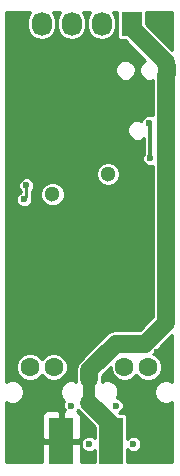
<source format=gbl>
G04 #@! TF.FileFunction,Copper,L2,Bot,Signal*
%FSLAX46Y46*%
G04 Gerber Fmt 4.6, Leading zero omitted, Abs format (unit mm)*
G04 Created by KiCad (PCBNEW 4.0.2-4+6225~38~ubuntu15.10.1-stable) date Mon 28 Mar 2016 22:58:05 BST*
%MOMM*%
G01*
G04 APERTURE LIST*
%ADD10C,0.100000*%
%ADD11C,1.600000*%
%ADD12R,2.000000X4.000000*%
%ADD13R,1.727200X2.032000*%
%ADD14O,1.727200X2.032000*%
%ADD15C,1.300000*%
%ADD16C,0.600000*%
%ADD17C,1.000000*%
%ADD18C,0.300000*%
%ADD19C,1.500000*%
%ADD20C,1.000000*%
%ADD21C,0.250000*%
%ADD22C,0.254000*%
G04 APERTURE END LIST*
D10*
D11*
X118500000Y-106500000D03*
X120500000Y-106500000D03*
D12*
X121150000Y-112750000D03*
X125350000Y-112750000D03*
D11*
X126500000Y-106500000D03*
X128500000Y-106500000D03*
D13*
X127100000Y-77400000D03*
D14*
X124560000Y-77400000D03*
X122020000Y-77400000D03*
X119480000Y-77400000D03*
D15*
X120400768Y-91855050D03*
X125099232Y-90144950D03*
D16*
X121550000Y-84650000D03*
X121550000Y-87150000D03*
X124050000Y-84650000D03*
X124050000Y-87150000D03*
X122000000Y-109750000D03*
X125750000Y-109750000D03*
X123500000Y-113000000D03*
X127250000Y-113000000D03*
D17*
X124200000Y-80100000D03*
D16*
X129500000Y-78250000D03*
X126250000Y-103250000D03*
X129250000Y-105250000D03*
X125500000Y-103250000D03*
D17*
X121600000Y-80400000D03*
X119200000Y-80400000D03*
D16*
X120100000Y-83300000D03*
X127600000Y-81800000D03*
X128300000Y-90600000D03*
X118800000Y-90400000D03*
X122000000Y-90600000D03*
X117500000Y-82500000D03*
X117600000Y-90400000D03*
X120300000Y-93200000D03*
X117000000Y-94500000D03*
X124750000Y-103250000D03*
X122000000Y-96750000D03*
X122500000Y-102250000D03*
X128700000Y-88800000D03*
X128600000Y-85800000D03*
D17*
X128500000Y-104250000D03*
X129500000Y-103250000D03*
D16*
X118200000Y-91100000D03*
X118000000Y-92300000D03*
D18*
X128700000Y-88800000D02*
X128700000Y-85900000D01*
X128700000Y-85900000D02*
X128600000Y-85800000D01*
D19*
X129500000Y-103250000D02*
X128500000Y-104250000D01*
X128500000Y-104250000D02*
X128750000Y-104000000D01*
X130000000Y-80900000D02*
X130000000Y-80700000D01*
X130000000Y-80700000D02*
X127100000Y-77800000D01*
X127100000Y-77800000D02*
X127100000Y-77400000D01*
X130100000Y-81000000D02*
X130000000Y-80900000D01*
X130000000Y-80900000D02*
X130000000Y-80900000D01*
X130000000Y-82200000D02*
X130000000Y-81800000D01*
X130100000Y-81000000D02*
X130100000Y-81000000D01*
X130100000Y-81700000D02*
X130100000Y-81000000D01*
X130000000Y-81800000D02*
X130100000Y-81700000D01*
X130000000Y-90500000D02*
X130000000Y-82200000D01*
X130000000Y-82200000D02*
X130000000Y-82400000D01*
X123500000Y-106750000D02*
X125750000Y-104500000D01*
X125750000Y-104500000D02*
X128250000Y-104500000D01*
X128250000Y-104500000D02*
X128750000Y-104000000D01*
D20*
X123500000Y-107500000D02*
X123500000Y-109500000D01*
D19*
X125350000Y-111350000D02*
X123500000Y-109500000D01*
X123500000Y-107500000D02*
X123500000Y-106750000D01*
X129500000Y-103250000D02*
X130000000Y-102750000D01*
X130000000Y-102750000D02*
X130000000Y-90500000D01*
X130000000Y-90500000D02*
X130000000Y-90500000D01*
X125350000Y-112750000D02*
X125350000Y-111350000D01*
D21*
X118200000Y-92100000D02*
X118200000Y-91100000D01*
X118000000Y-92300000D02*
X118200000Y-92100000D01*
D22*
G36*
X130548000Y-107769669D02*
X130195190Y-107623170D01*
X129806515Y-107622830D01*
X129447297Y-107771256D01*
X129172222Y-108045851D01*
X129023170Y-108404810D01*
X129022830Y-108793485D01*
X129171256Y-109152703D01*
X129445851Y-109427778D01*
X129804810Y-109576830D01*
X130193485Y-109577170D01*
X130548000Y-109430687D01*
X130548000Y-114548000D01*
X126734385Y-114548000D01*
X126734385Y-113441743D01*
X126866010Y-113573598D01*
X127114746Y-113676882D01*
X127384073Y-113677117D01*
X127632989Y-113574267D01*
X127823598Y-113383990D01*
X127926882Y-113135254D01*
X127927117Y-112865927D01*
X127824267Y-112617011D01*
X127633990Y-112426402D01*
X127385254Y-112323118D01*
X127115927Y-112322883D01*
X126867011Y-112425733D01*
X126734385Y-112558128D01*
X126734385Y-110750000D01*
X126708097Y-110610292D01*
X126625530Y-110481980D01*
X126499547Y-110395899D01*
X126350000Y-110365615D01*
X126032919Y-110365615D01*
X126132989Y-110324267D01*
X126323598Y-110133990D01*
X126426882Y-109885254D01*
X126427117Y-109615927D01*
X126324267Y-109367011D01*
X126133990Y-109176402D01*
X125885254Y-109073118D01*
X125861433Y-109073097D01*
X125976830Y-108795190D01*
X125977170Y-108406515D01*
X125828744Y-108047297D01*
X125554149Y-107772222D01*
X125195190Y-107623170D01*
X124806515Y-107622830D01*
X124584304Y-107714646D01*
X124627000Y-107500000D01*
X124627000Y-107216818D01*
X125322981Y-106520837D01*
X125322796Y-106733093D01*
X125501606Y-107165846D01*
X125832412Y-107497230D01*
X126264853Y-107676795D01*
X126733093Y-107677204D01*
X127165846Y-107498394D01*
X127497230Y-107167588D01*
X127499784Y-107161437D01*
X127501606Y-107165846D01*
X127832412Y-107497230D01*
X128264853Y-107676795D01*
X128733093Y-107677204D01*
X129165846Y-107498394D01*
X129497230Y-107167588D01*
X129676795Y-106735147D01*
X129677204Y-106266907D01*
X129498394Y-105834154D01*
X129167588Y-105502770D01*
X128903150Y-105392966D01*
X129046909Y-105296909D01*
X129412534Y-104931284D01*
X129546909Y-104796910D01*
X130296910Y-104046909D01*
X130296912Y-104046906D01*
X130548000Y-103795818D01*
X130548000Y-107769669D01*
X130548000Y-107769669D01*
G37*
X130548000Y-107769669D02*
X130195190Y-107623170D01*
X129806515Y-107622830D01*
X129447297Y-107771256D01*
X129172222Y-108045851D01*
X129023170Y-108404810D01*
X129022830Y-108793485D01*
X129171256Y-109152703D01*
X129445851Y-109427778D01*
X129804810Y-109576830D01*
X130193485Y-109577170D01*
X130548000Y-109430687D01*
X130548000Y-114548000D01*
X126734385Y-114548000D01*
X126734385Y-113441743D01*
X126866010Y-113573598D01*
X127114746Y-113676882D01*
X127384073Y-113677117D01*
X127632989Y-113574267D01*
X127823598Y-113383990D01*
X127926882Y-113135254D01*
X127927117Y-112865927D01*
X127824267Y-112617011D01*
X127633990Y-112426402D01*
X127385254Y-112323118D01*
X127115927Y-112322883D01*
X126867011Y-112425733D01*
X126734385Y-112558128D01*
X126734385Y-110750000D01*
X126708097Y-110610292D01*
X126625530Y-110481980D01*
X126499547Y-110395899D01*
X126350000Y-110365615D01*
X126032919Y-110365615D01*
X126132989Y-110324267D01*
X126323598Y-110133990D01*
X126426882Y-109885254D01*
X126427117Y-109615927D01*
X126324267Y-109367011D01*
X126133990Y-109176402D01*
X125885254Y-109073118D01*
X125861433Y-109073097D01*
X125976830Y-108795190D01*
X125977170Y-108406515D01*
X125828744Y-108047297D01*
X125554149Y-107772222D01*
X125195190Y-107623170D01*
X124806515Y-107622830D01*
X124584304Y-107714646D01*
X124627000Y-107500000D01*
X124627000Y-107216818D01*
X125322981Y-106520837D01*
X125322796Y-106733093D01*
X125501606Y-107165846D01*
X125832412Y-107497230D01*
X126264853Y-107676795D01*
X126733093Y-107677204D01*
X127165846Y-107498394D01*
X127497230Y-107167588D01*
X127499784Y-107161437D01*
X127501606Y-107165846D01*
X127832412Y-107497230D01*
X128264853Y-107676795D01*
X128733093Y-107677204D01*
X129165846Y-107498394D01*
X129497230Y-107167588D01*
X129676795Y-106735147D01*
X129677204Y-106266907D01*
X129498394Y-105834154D01*
X129167588Y-105502770D01*
X128903150Y-105392966D01*
X129046909Y-105296909D01*
X129412534Y-104931284D01*
X129546909Y-104796910D01*
X130296910Y-104046909D01*
X130296912Y-104046906D01*
X130548000Y-103795818D01*
X130548000Y-107769669D01*
G36*
X118333835Y-76745553D02*
X118239400Y-77220310D01*
X118239400Y-77579690D01*
X118333835Y-78054447D01*
X118602763Y-78456927D01*
X119005243Y-78725855D01*
X119480000Y-78820290D01*
X119954757Y-78725855D01*
X120357237Y-78456927D01*
X120626165Y-78054447D01*
X120720600Y-77579690D01*
X120720600Y-77220310D01*
X120626165Y-76745553D01*
X120430020Y-76452000D01*
X121069980Y-76452000D01*
X120873835Y-76745553D01*
X120779400Y-77220310D01*
X120779400Y-77579690D01*
X120873835Y-78054447D01*
X121142763Y-78456927D01*
X121545243Y-78725855D01*
X122020000Y-78820290D01*
X122494757Y-78725855D01*
X122897237Y-78456927D01*
X123166165Y-78054447D01*
X123260600Y-77579690D01*
X123260600Y-77220310D01*
X123166165Y-76745553D01*
X122970020Y-76452000D01*
X123609980Y-76452000D01*
X123413835Y-76745553D01*
X123319400Y-77220310D01*
X123319400Y-77579690D01*
X123413835Y-78054447D01*
X123682763Y-78456927D01*
X124085243Y-78725855D01*
X124560000Y-78820290D01*
X125034757Y-78725855D01*
X125437237Y-78456927D01*
X125706165Y-78054447D01*
X125800600Y-77579690D01*
X125800600Y-77220310D01*
X125706165Y-76745553D01*
X125510020Y-76452000D01*
X125852015Y-76452000D01*
X125852015Y-78416000D01*
X125878303Y-78555708D01*
X125960870Y-78684020D01*
X126086853Y-78770101D01*
X126236400Y-78800385D01*
X126506567Y-78800385D01*
X128264549Y-80558368D01*
X128124869Y-80616082D01*
X127877949Y-80862571D01*
X127744153Y-81184789D01*
X127743849Y-81533681D01*
X127877082Y-81856131D01*
X128123571Y-82103051D01*
X128445789Y-82236847D01*
X128794681Y-82237151D01*
X128873000Y-82204790D01*
X128873000Y-85180315D01*
X128735254Y-85123118D01*
X128465927Y-85122883D01*
X128217011Y-85225733D01*
X128026402Y-85416010D01*
X127938083Y-85628707D01*
X127780211Y-85563153D01*
X127431319Y-85562849D01*
X127108869Y-85696082D01*
X126861949Y-85942571D01*
X126728153Y-86264789D01*
X126727849Y-86613681D01*
X126861082Y-86936131D01*
X127107571Y-87183051D01*
X127429789Y-87316847D01*
X127778681Y-87317151D01*
X128101131Y-87183918D01*
X128173000Y-87112174D01*
X128173000Y-88369493D01*
X128126402Y-88416010D01*
X128023118Y-88664746D01*
X128022883Y-88934073D01*
X128125733Y-89182989D01*
X128316010Y-89373598D01*
X128564746Y-89476882D01*
X128834073Y-89477117D01*
X128873000Y-89461033D01*
X128873000Y-102283182D01*
X128703094Y-102453088D01*
X128703091Y-102453090D01*
X127953090Y-103203091D01*
X127783333Y-103372849D01*
X127783182Y-103373000D01*
X125750000Y-103373000D01*
X125318716Y-103458788D01*
X124953091Y-103703090D01*
X122703091Y-105953091D01*
X122458788Y-106318716D01*
X122373000Y-106750000D01*
X122373000Y-107500000D01*
X122415714Y-107714739D01*
X122195190Y-107623170D01*
X121806515Y-107622830D01*
X121447297Y-107771256D01*
X121172222Y-108045851D01*
X121023170Y-108404810D01*
X121022830Y-108793485D01*
X121171256Y-109152703D01*
X121414002Y-109395873D01*
X121323118Y-109614746D01*
X121322883Y-109884073D01*
X121423402Y-110127348D01*
X121277000Y-110273750D01*
X121277000Y-112623000D01*
X122626250Y-112623000D01*
X122785000Y-112464250D01*
X122785000Y-110623690D01*
X122688327Y-110390301D01*
X122509698Y-110211673D01*
X122499861Y-110207598D01*
X122573598Y-110133990D01*
X122581506Y-110114945D01*
X122703091Y-110296909D01*
X123965615Y-111559433D01*
X123965615Y-112508169D01*
X123883990Y-112426402D01*
X123635254Y-112323118D01*
X123365927Y-112322883D01*
X123117011Y-112425733D01*
X122926402Y-112616010D01*
X122823118Y-112864746D01*
X122822883Y-113134073D01*
X122925733Y-113382989D01*
X123116010Y-113573598D01*
X123364746Y-113676882D01*
X123634073Y-113677117D01*
X123882989Y-113574267D01*
X123965615Y-113491785D01*
X123965615Y-114548000D01*
X122785000Y-114548000D01*
X122785000Y-113035750D01*
X122626250Y-112877000D01*
X121277000Y-112877000D01*
X121277000Y-112897000D01*
X121023000Y-112897000D01*
X121023000Y-112877000D01*
X119673750Y-112877000D01*
X119515000Y-113035750D01*
X119515000Y-114548000D01*
X116452000Y-114548000D01*
X116452000Y-110623690D01*
X119515000Y-110623690D01*
X119515000Y-112464250D01*
X119673750Y-112623000D01*
X121023000Y-112623000D01*
X121023000Y-110273750D01*
X120864250Y-110115000D01*
X120023691Y-110115000D01*
X119790302Y-110211673D01*
X119611673Y-110390301D01*
X119515000Y-110623690D01*
X116452000Y-110623690D01*
X116452000Y-109430331D01*
X116804810Y-109576830D01*
X117193485Y-109577170D01*
X117552703Y-109428744D01*
X117827778Y-109154149D01*
X117976830Y-108795190D01*
X117977170Y-108406515D01*
X117828744Y-108047297D01*
X117554149Y-107772222D01*
X117195190Y-107623170D01*
X116806515Y-107622830D01*
X116452000Y-107769313D01*
X116452000Y-106733093D01*
X117322796Y-106733093D01*
X117501606Y-107165846D01*
X117832412Y-107497230D01*
X118264853Y-107676795D01*
X118733093Y-107677204D01*
X119165846Y-107498394D01*
X119497230Y-107167588D01*
X119499784Y-107161437D01*
X119501606Y-107165846D01*
X119832412Y-107497230D01*
X120264853Y-107676795D01*
X120733093Y-107677204D01*
X121165846Y-107498394D01*
X121497230Y-107167588D01*
X121676795Y-106735147D01*
X121677204Y-106266907D01*
X121498394Y-105834154D01*
X121167588Y-105502770D01*
X120735147Y-105323205D01*
X120266907Y-105322796D01*
X119834154Y-105501606D01*
X119502770Y-105832412D01*
X119500216Y-105838563D01*
X119498394Y-105834154D01*
X119167588Y-105502770D01*
X118735147Y-105323205D01*
X118266907Y-105322796D01*
X117834154Y-105501606D01*
X117502770Y-105832412D01*
X117323205Y-106264853D01*
X117322796Y-106733093D01*
X116452000Y-106733093D01*
X116452000Y-92434073D01*
X117322883Y-92434073D01*
X117425733Y-92682989D01*
X117616010Y-92873598D01*
X117864746Y-92976882D01*
X118134073Y-92977117D01*
X118382989Y-92874267D01*
X118573598Y-92683990D01*
X118676882Y-92435254D01*
X118677065Y-92225359D01*
X118702001Y-92100000D01*
X118702000Y-92099995D01*
X118702000Y-92058437D01*
X119373590Y-92058437D01*
X119529612Y-92436039D01*
X119818260Y-92725190D01*
X120195589Y-92881871D01*
X120604155Y-92882228D01*
X120981757Y-92726206D01*
X121270908Y-92437558D01*
X121427589Y-92060229D01*
X121427946Y-91651663D01*
X121271924Y-91274061D01*
X120983276Y-90984910D01*
X120605947Y-90828229D01*
X120197381Y-90827872D01*
X119819779Y-90983894D01*
X119530628Y-91272542D01*
X119373947Y-91649871D01*
X119373590Y-92058437D01*
X118702000Y-92058437D01*
X118702000Y-91555463D01*
X118773598Y-91483990D01*
X118876882Y-91235254D01*
X118877117Y-90965927D01*
X118774267Y-90717011D01*
X118583990Y-90526402D01*
X118335254Y-90423118D01*
X118065927Y-90422883D01*
X117817011Y-90525733D01*
X117626402Y-90716010D01*
X117523118Y-90964746D01*
X117522883Y-91234073D01*
X117625733Y-91482989D01*
X117698000Y-91555382D01*
X117698000Y-91692269D01*
X117617011Y-91725733D01*
X117426402Y-91916010D01*
X117323118Y-92164746D01*
X117322883Y-92434073D01*
X116452000Y-92434073D01*
X116452000Y-90348337D01*
X124072054Y-90348337D01*
X124228076Y-90725939D01*
X124516724Y-91015090D01*
X124894053Y-91171771D01*
X125302619Y-91172128D01*
X125680221Y-91016106D01*
X125969372Y-90727458D01*
X126126053Y-90350129D01*
X126126410Y-89941563D01*
X125970388Y-89563961D01*
X125681740Y-89274810D01*
X125304411Y-89118129D01*
X124895845Y-89117772D01*
X124518243Y-89273794D01*
X124229092Y-89562442D01*
X124072411Y-89939771D01*
X124072054Y-90348337D01*
X116452000Y-90348337D01*
X116452000Y-81533681D01*
X125711849Y-81533681D01*
X125845082Y-81856131D01*
X126091571Y-82103051D01*
X126413789Y-82236847D01*
X126762681Y-82237151D01*
X127085131Y-82103918D01*
X127332051Y-81857429D01*
X127465847Y-81535211D01*
X127466151Y-81186319D01*
X127332918Y-80863869D01*
X127086429Y-80616949D01*
X126764211Y-80483153D01*
X126415319Y-80482849D01*
X126092869Y-80616082D01*
X125845949Y-80862571D01*
X125712153Y-81184789D01*
X125711849Y-81533681D01*
X116452000Y-81533681D01*
X116452000Y-76452000D01*
X118529980Y-76452000D01*
X118333835Y-76745553D01*
X118333835Y-76745553D01*
G37*
X118333835Y-76745553D02*
X118239400Y-77220310D01*
X118239400Y-77579690D01*
X118333835Y-78054447D01*
X118602763Y-78456927D01*
X119005243Y-78725855D01*
X119480000Y-78820290D01*
X119954757Y-78725855D01*
X120357237Y-78456927D01*
X120626165Y-78054447D01*
X120720600Y-77579690D01*
X120720600Y-77220310D01*
X120626165Y-76745553D01*
X120430020Y-76452000D01*
X121069980Y-76452000D01*
X120873835Y-76745553D01*
X120779400Y-77220310D01*
X120779400Y-77579690D01*
X120873835Y-78054447D01*
X121142763Y-78456927D01*
X121545243Y-78725855D01*
X122020000Y-78820290D01*
X122494757Y-78725855D01*
X122897237Y-78456927D01*
X123166165Y-78054447D01*
X123260600Y-77579690D01*
X123260600Y-77220310D01*
X123166165Y-76745553D01*
X122970020Y-76452000D01*
X123609980Y-76452000D01*
X123413835Y-76745553D01*
X123319400Y-77220310D01*
X123319400Y-77579690D01*
X123413835Y-78054447D01*
X123682763Y-78456927D01*
X124085243Y-78725855D01*
X124560000Y-78820290D01*
X125034757Y-78725855D01*
X125437237Y-78456927D01*
X125706165Y-78054447D01*
X125800600Y-77579690D01*
X125800600Y-77220310D01*
X125706165Y-76745553D01*
X125510020Y-76452000D01*
X125852015Y-76452000D01*
X125852015Y-78416000D01*
X125878303Y-78555708D01*
X125960870Y-78684020D01*
X126086853Y-78770101D01*
X126236400Y-78800385D01*
X126506567Y-78800385D01*
X128264549Y-80558368D01*
X128124869Y-80616082D01*
X127877949Y-80862571D01*
X127744153Y-81184789D01*
X127743849Y-81533681D01*
X127877082Y-81856131D01*
X128123571Y-82103051D01*
X128445789Y-82236847D01*
X128794681Y-82237151D01*
X128873000Y-82204790D01*
X128873000Y-85180315D01*
X128735254Y-85123118D01*
X128465927Y-85122883D01*
X128217011Y-85225733D01*
X128026402Y-85416010D01*
X127938083Y-85628707D01*
X127780211Y-85563153D01*
X127431319Y-85562849D01*
X127108869Y-85696082D01*
X126861949Y-85942571D01*
X126728153Y-86264789D01*
X126727849Y-86613681D01*
X126861082Y-86936131D01*
X127107571Y-87183051D01*
X127429789Y-87316847D01*
X127778681Y-87317151D01*
X128101131Y-87183918D01*
X128173000Y-87112174D01*
X128173000Y-88369493D01*
X128126402Y-88416010D01*
X128023118Y-88664746D01*
X128022883Y-88934073D01*
X128125733Y-89182989D01*
X128316010Y-89373598D01*
X128564746Y-89476882D01*
X128834073Y-89477117D01*
X128873000Y-89461033D01*
X128873000Y-102283182D01*
X128703094Y-102453088D01*
X128703091Y-102453090D01*
X127953090Y-103203091D01*
X127783333Y-103372849D01*
X127783182Y-103373000D01*
X125750000Y-103373000D01*
X125318716Y-103458788D01*
X124953091Y-103703090D01*
X122703091Y-105953091D01*
X122458788Y-106318716D01*
X122373000Y-106750000D01*
X122373000Y-107500000D01*
X122415714Y-107714739D01*
X122195190Y-107623170D01*
X121806515Y-107622830D01*
X121447297Y-107771256D01*
X121172222Y-108045851D01*
X121023170Y-108404810D01*
X121022830Y-108793485D01*
X121171256Y-109152703D01*
X121414002Y-109395873D01*
X121323118Y-109614746D01*
X121322883Y-109884073D01*
X121423402Y-110127348D01*
X121277000Y-110273750D01*
X121277000Y-112623000D01*
X122626250Y-112623000D01*
X122785000Y-112464250D01*
X122785000Y-110623690D01*
X122688327Y-110390301D01*
X122509698Y-110211673D01*
X122499861Y-110207598D01*
X122573598Y-110133990D01*
X122581506Y-110114945D01*
X122703091Y-110296909D01*
X123965615Y-111559433D01*
X123965615Y-112508169D01*
X123883990Y-112426402D01*
X123635254Y-112323118D01*
X123365927Y-112322883D01*
X123117011Y-112425733D01*
X122926402Y-112616010D01*
X122823118Y-112864746D01*
X122822883Y-113134073D01*
X122925733Y-113382989D01*
X123116010Y-113573598D01*
X123364746Y-113676882D01*
X123634073Y-113677117D01*
X123882989Y-113574267D01*
X123965615Y-113491785D01*
X123965615Y-114548000D01*
X122785000Y-114548000D01*
X122785000Y-113035750D01*
X122626250Y-112877000D01*
X121277000Y-112877000D01*
X121277000Y-112897000D01*
X121023000Y-112897000D01*
X121023000Y-112877000D01*
X119673750Y-112877000D01*
X119515000Y-113035750D01*
X119515000Y-114548000D01*
X116452000Y-114548000D01*
X116452000Y-110623690D01*
X119515000Y-110623690D01*
X119515000Y-112464250D01*
X119673750Y-112623000D01*
X121023000Y-112623000D01*
X121023000Y-110273750D01*
X120864250Y-110115000D01*
X120023691Y-110115000D01*
X119790302Y-110211673D01*
X119611673Y-110390301D01*
X119515000Y-110623690D01*
X116452000Y-110623690D01*
X116452000Y-109430331D01*
X116804810Y-109576830D01*
X117193485Y-109577170D01*
X117552703Y-109428744D01*
X117827778Y-109154149D01*
X117976830Y-108795190D01*
X117977170Y-108406515D01*
X117828744Y-108047297D01*
X117554149Y-107772222D01*
X117195190Y-107623170D01*
X116806515Y-107622830D01*
X116452000Y-107769313D01*
X116452000Y-106733093D01*
X117322796Y-106733093D01*
X117501606Y-107165846D01*
X117832412Y-107497230D01*
X118264853Y-107676795D01*
X118733093Y-107677204D01*
X119165846Y-107498394D01*
X119497230Y-107167588D01*
X119499784Y-107161437D01*
X119501606Y-107165846D01*
X119832412Y-107497230D01*
X120264853Y-107676795D01*
X120733093Y-107677204D01*
X121165846Y-107498394D01*
X121497230Y-107167588D01*
X121676795Y-106735147D01*
X121677204Y-106266907D01*
X121498394Y-105834154D01*
X121167588Y-105502770D01*
X120735147Y-105323205D01*
X120266907Y-105322796D01*
X119834154Y-105501606D01*
X119502770Y-105832412D01*
X119500216Y-105838563D01*
X119498394Y-105834154D01*
X119167588Y-105502770D01*
X118735147Y-105323205D01*
X118266907Y-105322796D01*
X117834154Y-105501606D01*
X117502770Y-105832412D01*
X117323205Y-106264853D01*
X117322796Y-106733093D01*
X116452000Y-106733093D01*
X116452000Y-92434073D01*
X117322883Y-92434073D01*
X117425733Y-92682989D01*
X117616010Y-92873598D01*
X117864746Y-92976882D01*
X118134073Y-92977117D01*
X118382989Y-92874267D01*
X118573598Y-92683990D01*
X118676882Y-92435254D01*
X118677065Y-92225359D01*
X118702001Y-92100000D01*
X118702000Y-92099995D01*
X118702000Y-92058437D01*
X119373590Y-92058437D01*
X119529612Y-92436039D01*
X119818260Y-92725190D01*
X120195589Y-92881871D01*
X120604155Y-92882228D01*
X120981757Y-92726206D01*
X121270908Y-92437558D01*
X121427589Y-92060229D01*
X121427946Y-91651663D01*
X121271924Y-91274061D01*
X120983276Y-90984910D01*
X120605947Y-90828229D01*
X120197381Y-90827872D01*
X119819779Y-90983894D01*
X119530628Y-91272542D01*
X119373947Y-91649871D01*
X119373590Y-92058437D01*
X118702000Y-92058437D01*
X118702000Y-91555463D01*
X118773598Y-91483990D01*
X118876882Y-91235254D01*
X118877117Y-90965927D01*
X118774267Y-90717011D01*
X118583990Y-90526402D01*
X118335254Y-90423118D01*
X118065927Y-90422883D01*
X117817011Y-90525733D01*
X117626402Y-90716010D01*
X117523118Y-90964746D01*
X117522883Y-91234073D01*
X117625733Y-91482989D01*
X117698000Y-91555382D01*
X117698000Y-91692269D01*
X117617011Y-91725733D01*
X117426402Y-91916010D01*
X117323118Y-92164746D01*
X117322883Y-92434073D01*
X116452000Y-92434073D01*
X116452000Y-90348337D01*
X124072054Y-90348337D01*
X124228076Y-90725939D01*
X124516724Y-91015090D01*
X124894053Y-91171771D01*
X125302619Y-91172128D01*
X125680221Y-91016106D01*
X125969372Y-90727458D01*
X126126053Y-90350129D01*
X126126410Y-89941563D01*
X125970388Y-89563961D01*
X125681740Y-89274810D01*
X125304411Y-89118129D01*
X124895845Y-89117772D01*
X124518243Y-89273794D01*
X124229092Y-89562442D01*
X124072411Y-89939771D01*
X124072054Y-90348337D01*
X116452000Y-90348337D01*
X116452000Y-81533681D01*
X125711849Y-81533681D01*
X125845082Y-81856131D01*
X126091571Y-82103051D01*
X126413789Y-82236847D01*
X126762681Y-82237151D01*
X127085131Y-82103918D01*
X127332051Y-81857429D01*
X127465847Y-81535211D01*
X127466151Y-81186319D01*
X127332918Y-80863869D01*
X127086429Y-80616949D01*
X126764211Y-80483153D01*
X126415319Y-80482849D01*
X126092869Y-80616082D01*
X125845949Y-80862571D01*
X125712153Y-81184789D01*
X125711849Y-81533681D01*
X116452000Y-81533681D01*
X116452000Y-76452000D01*
X118529980Y-76452000D01*
X118333835Y-76745553D01*
G36*
X130548000Y-79654181D02*
X128347985Y-77454167D01*
X128347985Y-76452000D01*
X130548000Y-76452000D01*
X130548000Y-79654181D01*
X130548000Y-79654181D01*
G37*
X130548000Y-79654181D02*
X128347985Y-77454167D01*
X128347985Y-76452000D01*
X130548000Y-76452000D01*
X130548000Y-79654181D01*
M02*

</source>
